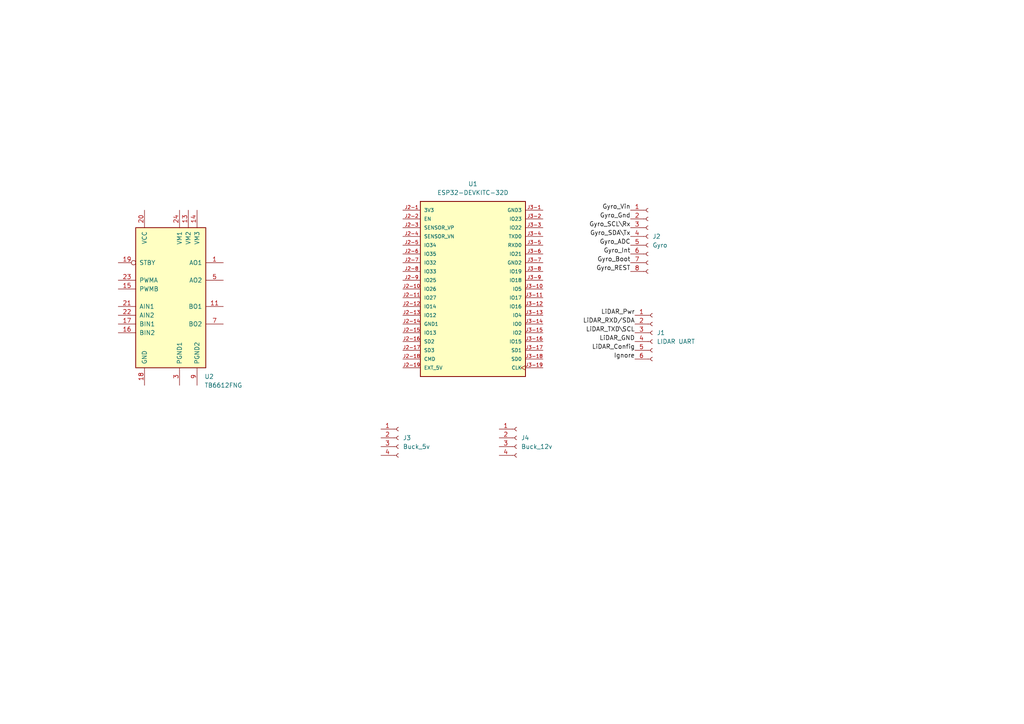
<source format=kicad_sch>
(kicad_sch (version 20250114) (generator "eeschema") (generator_version "9.0")
  (paper "A4")
  (lib_symbols
    (symbol "Amazon Pin ESP32:ESP32-DEVKITC-32D" (pin_names (offset 1.016))
      (property "Reference" "U" (at -15.2572 26.0643 0))
      (property "Value" "ESP32-DEVKITC-32D" (at -15.2563 -27.9698 0))
      (symbol "ESP32-DEVKITC-32D_0_0"
        (rectangle (start -15.24 -25.4) (end 15.24 25.4) (stroke (width 0.254)) (fill (type background)))
        (pin power_in line (at -20.32 22.86 0) (length 5.08) (name "3V3") (number "J2-1"))
        (pin input line (at -20.32 20.32 0) (length 5.08) (name "EN") (number "J2-2"))
        (pin input line (at -20.32 17.78 0) (length 5.08) (name "SENSOR_VP") (number "J2-3"))
        (pin input line (at -20.32 15.24 0) (length 5.08) (name "SENSOR_VN") (number "J2-4"))
        (pin bidirectional line (at -20.32 12.7 0) (length 5.08) (name "IO34") (number "J2-5"))
        (pin bidirectional line (at -20.32 10.16 0) (length 5.08) (name "IO35") (number "J2-6"))
        (pin bidirectional line (at -20.32 7.62 0) (length 5.08) (name "IO32") (number "J2-7"))
        (pin bidirectional line (at -20.32 5.08 0) (length 5.08) (name "IO33") (number "J2-8"))
        (pin bidirectional line (at -20.32 2.54 0) (length 5.08) (name "IO25") (number "J2-9"))
        (pin bidirectional line (at -20.32 0 0) (length 5.08) (name "IO26") (number "J2-10"))
        (pin bidirectional line (at -20.32 -2.54 0) (length 5.08) (name "IO27") (number "J2-11"))
        (pin bidirectional line (at -20.32 -5.08 0) (length 5.08) (name "IO14") (number "J2-12"))
        (pin bidirectional line (at -20.32 -7.62 0) (length 5.08) (name "IO12") (number "J2-13"))
        (pin power_in line (at -20.32 -10.16 0) (length 5.08) (name "GND1") (number "J2-14"))
        (pin bidirectional line (at -20.32 -12.7 0) (length 5.08) (name "IO13") (number "J2-15"))
        (pin bidirectional line (at -20.32 -15.24 0) (length 5.08) (name "SD2") (number "J2-16"))
        (pin bidirectional line (at -20.32 -17.78 0) (length 5.08) (name "SD3") (number "J2-17"))
        (pin bidirectional line (at -20.32 -20.32 0) (length 5.08) (name "CMD") (number "J2-18"))
        (pin power_in line (at -20.32 -22.86 0) (length 5.08) (name "EXT_5V") (number "J2-19"))
        (pin power_in line (at 20.32 22.86 180) (length 5.08) (name "GND3") (number "J3-1"))
        (pin bidirectional line (at 20.32 20.32 180) (length 5.08) (name "IO23") (number "J3-2"))
        (pin bidirectional line (at 20.32 17.78 180) (length 5.08) (name "IO22") (number "J3-3"))
        (pin output line (at 20.32 15.24 180) (length 5.08) (name "TXD0") (number "J3-4"))
        (pin input line (at 20.32 12.7 180) (length 5.08) (name "RXD0") (number "J3-5"))
        (pin bidirectional line (at 20.32 10.16 180) (length 5.08) (name "IO21") (number "J3-6"))
        (pin power_in line (at 20.32 7.62 180) (length 5.08) (name "GND2") (number "J3-7"))
        (pin bidirectional line (at 20.32 5.08 180) (length 5.08) (name "IO19") (number "J3-8"))
        (pin bidirectional line (at 20.32 2.54 180) (length 5.08) (name "IO18") (number "J3-9"))
        (pin bidirectional line (at 20.32 0 180) (length 5.08) (name "IO5") (number "J3-10"))
        (pin bidirectional line (at 20.32 -2.54 180) (length 5.08) (name "IO17") (number "J3-11"))
        (pin bidirectional line (at 20.32 -5.08 180) (length 5.08) (name "IO16") (number "J3-12"))
        (pin bidirectional line (at 20.32 -7.62 180) (length 5.08) (name "IO4") (number "J3-13"))
        (pin bidirectional line (at 20.32 -10.16 180) (length 5.08) (name "IO0") (number "J3-14"))
        (pin bidirectional line (at 20.32 -12.7 180) (length 5.08) (name "IO2") (number "J3-15"))
        (pin bidirectional line (at 20.32 -15.24 180) (length 5.08) (name "IO15") (number "J3-16"))
        (pin bidirectional line (at 20.32 -17.78 180) (length 5.08) (name "SD1") (number "J3-17"))
        (pin bidirectional line (at 20.32 -20.32 180) (length 5.08) (name "SD0") (number "J3-18"))
        (pin input clock (at 20.32 -22.86 180) (length 5.08) (name "CLK") (number "J3-19"))
      )
    )
    (symbol "Connector:Conn_01x04_Socket" (pin_names (offset 1.016) (hide yes))
      (property "Reference" "J" (at 0 5.08 0))
      (property "Value" "Conn_01x04_Socket" (at 0 -7.62 0))
      (symbol "Conn_01x04_Socket_1_1"
        (polyline (pts (xy -1.27 2.54) (xy -0.508 2.54)) (stroke (width 0.1524)))
        (polyline (pts (xy -1.27 0) (xy -0.508 0)) (stroke (width 0.1524)))
        (polyline (pts (xy -1.27 -2.54) (xy -0.508 -2.54)) (stroke (width 0.1524)))
        (polyline (pts (xy -1.27 -5.08) (xy -0.508 -5.08)) (stroke (width 0.1524)))
        (arc (start 0 2.032) (mid -0.5058 2.54) (end 0 3.048) (stroke (width 0.1524)))
        (arc (start 0 -0.508) (mid -0.5058 0) (end 0 0.508) (stroke (width 0.1524)))
        (arc (start 0 -3.048) (mid -0.5058 -2.54) (end 0 -2.032) (stroke (width 0.1524)))
        (arc (start 0 -5.588) (mid -0.5058 -5.08) (end 0 -4.572) (stroke (width 0.1524)))
        (pin passive line (at -5.08 2.54 0) (length 3.81) (name "Pin_1") (number "1"))
        (pin passive line (at -5.08 0 0) (length 3.81) (name "Pin_2") (number "2"))
        (pin passive line (at -5.08 -2.54 0) (length 3.81) (name "Pin_3") (number "3"))
        (pin passive line (at -5.08 -5.08 0) (length 3.81) (name "Pin_4") (number "4"))
      )
    )
    (symbol "Connector:Conn_01x06_Socket" (pin_names (offset 1.016) (hide yes))
      (property "Reference" "J" (at 0 7.62 0))
      (property "Value" "Conn_01x06_Socket" (at 0 -10.16 0))
      (symbol "Conn_01x06_Socket_1_1"
        (polyline (pts (xy -1.27 5.08) (xy -0.508 5.08)) (stroke (width 0.1524)))
        (polyline (pts (xy -1.27 2.54) (xy -0.508 2.54)) (stroke (width 0.1524)))
        (polyline (pts (xy -1.27 0) (xy -0.508 0)) (stroke (width 0.1524)))
        (polyline (pts (xy -1.27 -2.54) (xy -0.508 -2.54)) (stroke (width 0.1524)))
        (polyline (pts (xy -1.27 -5.08) (xy -0.508 -5.08)) (stroke (width 0.1524)))
        (polyline (pts (xy -1.27 -7.62) (xy -0.508 -7.62)) (stroke (width 0.1524)))
        (arc (start 0 4.572) (mid -0.5058 5.08) (end 0 5.588) (stroke (width 0.1524)))
        (arc (start 0 2.032) (mid -0.5058 2.54) (end 0 3.048) (stroke (width 0.1524)))
        (arc (start 0 -0.508) (mid -0.5058 0) (end 0 0.508) (stroke (width 0.1524)))
        (arc (start 0 -3.048) (mid -0.5058 -2.54) (end 0 -2.032) (stroke (width 0.1524)))
        (arc (start 0 -5.588) (mid -0.5058 -5.08) (end 0 -4.572) (stroke (width 0.1524)))
        (arc (start 0 -8.128) (mid -0.5058 -7.62) (end 0 -7.112) (stroke (width 0.1524)))
        (pin passive line (at -5.08 5.08 0) (length 3.81) (name "Pin_1") (number "1"))
        (pin passive line (at -5.08 2.54 0) (length 3.81) (name "Pin_2") (number "2"))
        (pin passive line (at -5.08 0 0) (length 3.81) (name "Pin_3") (number "3"))
        (pin passive line (at -5.08 -2.54 0) (length 3.81) (name "Pin_4") (number "4"))
        (pin passive line (at -5.08 -5.08 0) (length 3.81) (name "Pin_5") (number "5"))
        (pin passive line (at -5.08 -7.62 0) (length 3.81) (name "Pin_6") (number "6"))
      )
    )
    (symbol "Connector:Conn_01x08_Socket" (pin_names (offset 1.016) (hide yes))
      (property "Reference" "J" (at 0 10.16 0))
      (property "Value" "Conn_01x08_Socket" (at 0 -12.7 0))
      (symbol "Conn_01x08_Socket_1_1"
        (polyline (pts (xy -1.27 7.62) (xy -0.508 7.62)) (stroke (width 0.1524)))
        (polyline (pts (xy -1.27 5.08) (xy -0.508 5.08)) (stroke (width 0.1524)))
        (polyline (pts (xy -1.27 2.54) (xy -0.508 2.54)) (stroke (width 0.1524)))
        (polyline (pts (xy -1.27 0) (xy -0.508 0)) (stroke (width 0.1524)))
        (polyline (pts (xy -1.27 -2.54) (xy -0.508 -2.54)) (stroke (width 0.1524)))
        (polyline (pts (xy -1.27 -5.08) (xy -0.508 -5.08)) (stroke (width 0.1524)))
        (polyline (pts (xy -1.27 -7.62) (xy -0.508 -7.62)) (stroke (width 0.1524)))
        (polyline (pts (xy -1.27 -10.16) (xy -0.508 -10.16)) (stroke (width 0.1524)))
        (arc (start 0 7.112) (mid -0.5058 7.62) (end 0 8.128) (stroke (width 0.1524)))
        (arc (start 0 4.572) (mid -0.5058 5.08) (end 0 5.588) (stroke (width 0.1524)))
        (arc (start 0 2.032) (mid -0.5058 2.54) (end 0 3.048) (stroke (width 0.1524)))
        (arc (start 0 -0.508) (mid -0.5058 0) (end 0 0.508) (stroke (width 0.1524)))
        (arc (start 0 -3.048) (mid -0.5058 -2.54) (end 0 -2.032) (stroke (width 0.1524)))
        (arc (start 0 -5.588) (mid -0.5058 -5.08) (end 0 -4.572) (stroke (width 0.1524)))
        (arc (start 0 -8.128) (mid -0.5058 -7.62) (end 0 -7.112) (stroke (width 0.1524)))
        (arc (start 0 -10.668) (mid -0.5058 -10.16) (end 0 -9.652) (stroke (width 0.1524)))
        (pin passive line (at -5.08 7.62 0) (length 3.81) (name "Pin_1") (number "1"))
        (pin passive line (at -5.08 5.08 0) (length 3.81) (name "Pin_2") (number "2"))
        (pin passive line (at -5.08 2.54 0) (length 3.81) (name "Pin_3") (number "3"))
        (pin passive line (at -5.08 0 0) (length 3.81) (name "Pin_4") (number "4"))
        (pin passive line (at -5.08 -2.54 0) (length 3.81) (name "Pin_5") (number "5"))
        (pin passive line (at -5.08 -5.08 0) (length 3.81) (name "Pin_6") (number "6"))
        (pin passive line (at -5.08 -7.62 0) (length 3.81) (name "Pin_7") (number "7"))
        (pin passive line (at -5.08 -10.16 0) (length 3.81) (name "Pin_8") (number "8"))
      )
    )
    (symbol "Driver_Motor:TB6612FNG" (pin_names (offset 1.016))
      (property "Reference" "U" (at 11.43 17.78 0))
      (property "Value" "TB6612FNG" (at 11.43 15.24 0))
      (symbol "TB6612FNG_0_1"
        (rectangle (start -10.16 20.32) (end 10.16 -20.32) (stroke (width 0.254)) (fill (type background)))
      )
      (symbol "TB6612FNG_1_1"
        (pin input inverted (at -15.24 10.16 0) (length 5.08) (name "STBY") (number "19"))
        (pin input line (at -15.24 5.08 0) (length 5.08) (name "PWMA") (number "23"))
        (pin input line (at -15.24 2.54 0) (length 5.08) (name "PWMB") (number "15"))
        (pin input line (at -15.24 -2.54 0) (length 5.08) (name "AIN1") (number "21"))
        (pin input line (at -15.24 -5.08 0) (length 5.08) (name "AIN2") (number "22"))
        (pin input line (at -15.24 -7.62 0) (length 5.08) (name "BIN1") (number "17"))
        (pin input line (at -15.24 -10.16 0) (length 5.08) (name "BIN2") (number "16"))
        (pin power_in line (at -7.62 25.4 270) (length 5.08) (name "VCC") (number "20"))
        (pin power_in line (at -7.62 -25.4 90) (length 5.08) (name "GND") (number "18"))
        (pin power_in line (at 2.54 25.4 270) (length 5.08) (name "VM1") (number "24"))
        (pin power_in line (at 2.54 -25.4 90) (length 5.08) (name "PGND1") (number "3"))
        (pin passive line (at 2.54 -25.4 90) (length 5.08) (hide yes) (name "PGND1") (number "4"))
        (pin power_in line (at 5.08 25.4 270) (length 5.08) (name "VM2") (number "13"))
        (pin power_in line (at 7.62 25.4 270) (length 5.08) (name "VM3") (number "14"))
        (pin passive line (at 7.62 -25.4 90) (length 5.08) (hide yes) (name "PGND2") (number "10"))
        (pin power_in line (at 7.62 -25.4 90) (length 5.08) (name "PGND2") (number "9"))
        (pin output line (at 15.24 10.16 180) (length 5.08) (name "AO1") (number "1"))
        (pin passive line (at 15.24 10.16 180) (length 5.08) (hide yes) (name "AO1") (number "2"))
        (pin output line (at 15.24 5.08 180) (length 5.08) (name "AO2") (number "5"))
        (pin passive line (at 15.24 5.08 180) (length 5.08) (hide yes) (name "AO2") (number "6"))
        (pin output line (at 15.24 -2.54 180) (length 5.08) (name "BO1") (number "11"))
        (pin passive line (at 15.24 -2.54 180) (length 5.08) (hide yes) (name "BO1") (number "12"))
        (pin output line (at 15.24 -7.62 180) (length 5.08) (name "BO2") (number "7"))
        (pin passive line (at 15.24 -7.62 180) (length 5.08) (hide yes) (name "BO2") (number "8"))
      )
    )
  )
  (label "Gyro_SCL\\Rx" (at 182.88 66.04 180))
  (label "Gyro_Int" (at 182.88 73.66 180))
  (label "Ignore" (at 184.15 104.14 180))
  (label "LiDAR_RXD{slash}SDA" (at 184.15 93.98 180))
  (label "Gyro_REST" (at 182.88 78.74 180))
  (label "Gyro_Boot" (at 182.88 76.2 180))
  (label "Gyro_SDA\\Tx" (at 182.88 68.58 180))
  (label "LiDAR_Pwr" (at 184.15 91.44 180))
  (label "LiDAR_TXD\\SCL" (at 184.15 96.52 180))
  (label "LiDAR_GND" (at 184.15 99.06 180))
  (label "Gyro_Gnd" (at 182.88 63.5 180))
  (label "Gyro_Vin" (at 182.88 60.96 180))
  (label "Gyro_ADC" (at 182.88 71.12 180))
  (label "LiDAR_Config" (at 184.15 101.6 180))
  (symbol (lib_id "Connector:Conn_01x04_Socket") (at 115.57 127 0) (unit 1)
    (property "Reference" "J3" (at 116.84 126.9999 0) (effects (justify left)))
    (property "Value" "Buck_5v" (at 116.84 129.5399 0) (effects (justify left)))
    (property "Description" "Generic connector, single row, 01x04, script generated" (effects (hide yes)))
  )
  (symbol (lib_id "Connector:Conn_01x04_Socket") (at 149.86 127 0) (unit 1)
    (property "Reference" "J4" (at 151.13 126.9999 0) (effects (justify left)))
    (property "Value" "Buck_12v" (at 151.13 129.5399 0) (effects (justify left)))
    (property "Description" "Generic connector, single row, 01x04, script generated" (effects (hide yes)))
  )
  (symbol (lib_id "Connector:Conn_01x08_Socket") (at 187.96 68.58 0) (unit 1)
    (property "Reference" "J2" (at 189.23 68.5799 0) (effects (justify left)))
    (property "Value" "Gyro" (at 189.23 71.1199 0) (effects (justify left)))
    (property "Description" "Generic connector, single row, 01x08, script generated" (effects (hide yes)))
  )
  (symbol (lib_id "Amazon Pin ESP32:ESP32-DEVKITC-32D") (at 137.16 83.82 0) (unit 1)
    (property "Reference" "U1" (at 137.16 53.34 0))
    (property "Value" "ESP32-DEVKITC-32D" (at 137.16 55.88 0))
    (property "Footprint" "Amazon ESP32:MODULE_ESP32-DEVKITC-32D" (effects (hide yes)))
    (property "MF" "Espressif Systems" (effects (hide yes)))
    (property "MAXIMUM_PACKAGE_HEIGHT" "N/A" (effects (hide yes)))
    (property "Package" "None" (effects (hide yes)))
    (property "Price" "None" (effects (hide yes)))
    (property "Check_prices" "https://www.snapeda.com/parts/ESP32-DEVKITC-32D/Espressif+Systems/view-part/?ref=eda" (effects (hide yes)))
    (property "STANDARD" "Manufacturer Recommendations" (effects (hide yes)))
    (property "PARTREV" "V4" (effects (hide yes)))
    (property "SnapEDA_Link" "https://www.snapeda.com/parts/ESP32-DEVKITC-32D/Espressif+Systems/view-part/?ref=snap" (effects (hide yes)))
    (property "MP" "ESP32-DEVKITC-32D" (effects (hide yes)))
    (property "Description_1" "WiFi Development Tools (802.11) ESP32 General Development Kit, ESP32-WROOM-32D on the board" (effects (hide yes)))
    (property "MANUFACTURER" "Espressif Systems" (effects (hide yes)))
    (property "Availability" "In Stock" (effects (hide yes)))
    (property "SNAPEDA_PN" "ESP32-DEVKITC-32D" (effects (hide yes)))
  )
  (symbol (lib_id "Connector:Conn_01x06_Socket") (at 189.23 96.52 0) (unit 1)
    (property "Reference" "J1" (at 190.5 96.5199 0) (effects (justify left)))
    (property "Value" "LIDAR UART" (at 190.5 99.0599 0) (effects (justify left)))
    (property "Description" "Generic connector, single row, 01x06, script generated" (effects (hide yes)))
  )
  (symbol (lib_id "Driver_Motor:TB6612FNG") (at 49.53 86.36 0) (unit 1)
    (property "Reference" "U2" (at 59.2933 109.22 0) (effects (justify left)))
    (property "Value" "TB6612FNG" (at 59.2933 111.76 0) (effects (justify left)))
    (property "Footprint" "Package_SO:SSOP-24_5.3x8.2mm_P0.65mm" (effects (hide yes)))
    (property "Datasheet" "https://toshiba.semicon-storage.com/us/product/linear/motordriver/detail.TB6612FNG.html" (effects (hide yes)))
    (property "Description" "Driver IC for Dual DC motor, SSOP-24" (effects (hide yes)))
  )
)
</source>
